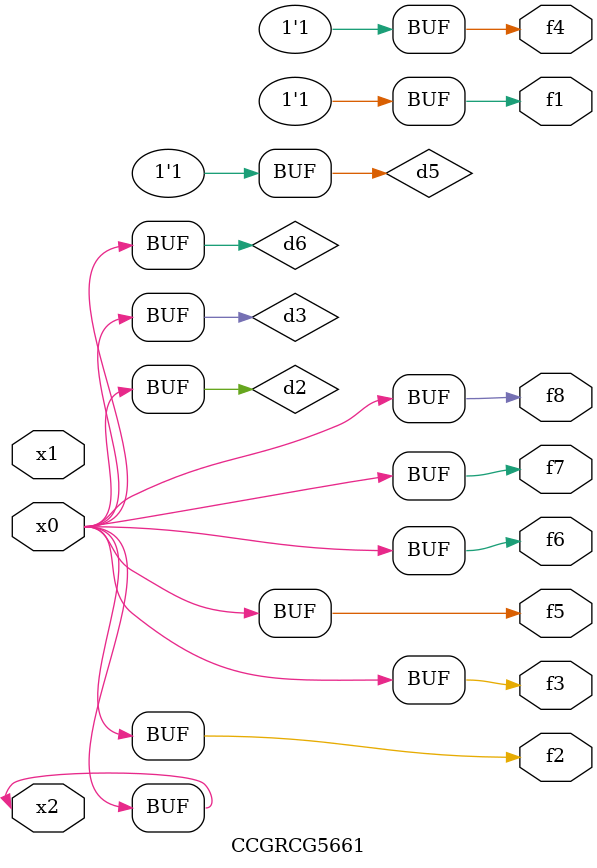
<source format=v>
module CCGRCG5661(
	input x0, x1, x2,
	output f1, f2, f3, f4, f5, f6, f7, f8
);

	wire d1, d2, d3, d4, d5, d6;

	xnor (d1, x2);
	buf (d2, x0, x2);
	and (d3, x0);
	xnor (d4, x1, x2);
	nand (d5, d1, d3);
	buf (d6, d2, d3);
	assign f1 = d5;
	assign f2 = d6;
	assign f3 = d6;
	assign f4 = d5;
	assign f5 = d6;
	assign f6 = d6;
	assign f7 = d6;
	assign f8 = d6;
endmodule

</source>
